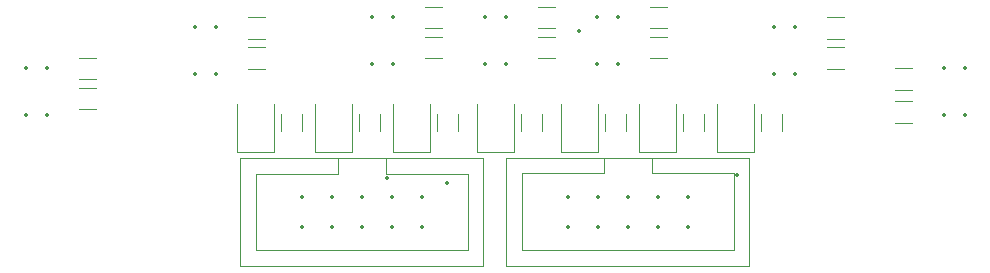
<source format=gto>
%TF.GenerationSoftware,KiCad,Pcbnew,7.0.2*%
%TF.CreationDate,2023-11-09T20:28:49+01:00*%
%TF.ProjectId,Sensors,53656e73-6f72-4732-9e6b-696361645f70,rev?*%
%TF.SameCoordinates,Original*%
%TF.FileFunction,Legend,Top*%
%TF.FilePolarity,Positive*%
%FSLAX46Y46*%
G04 Gerber Fmt 4.6, Leading zero omitted, Abs format (unit mm)*
G04 Created by KiCad (PCBNEW 7.0.2) date 2023-11-09 20:28:49*
%MOMM*%
%LPD*%
G01*
G04 APERTURE LIST*
%ADD10C,0.120000*%
%ADD11C,0.350000*%
G04 APERTURE END LIST*
D10*
%TO.C,J2*%
X149355000Y-87833000D02*
X149355000Y-96953000D01*
X141115000Y-87833000D02*
X141115000Y-89143000D01*
X128775000Y-87833000D02*
X149355000Y-87833000D01*
X148055000Y-89143000D02*
X148055000Y-95643000D01*
X141115000Y-89143000D02*
X148055000Y-89143000D01*
X137015000Y-89143000D02*
X137015000Y-87833000D01*
X137015000Y-89143000D02*
X137015000Y-89143000D01*
X130075000Y-89143000D02*
X137015000Y-89143000D01*
X148055000Y-95643000D02*
X130075000Y-95643000D01*
X130075000Y-95643000D02*
X130075000Y-89143000D01*
X149355000Y-96953000D02*
X128775000Y-96953000D01*
X128775000Y-96953000D02*
X128775000Y-87833000D01*
%TO.C,J4*%
X151310000Y-96950000D02*
X151310000Y-87830000D01*
X171890000Y-96950000D02*
X151310000Y-96950000D01*
X152610000Y-95640000D02*
X152610000Y-89140000D01*
X170590000Y-95640000D02*
X152610000Y-95640000D01*
X152610000Y-89140000D02*
X159550000Y-89140000D01*
X159550000Y-89140000D02*
X159550000Y-89140000D01*
X159550000Y-89140000D02*
X159550000Y-87830000D01*
X163650000Y-89140000D02*
X170590000Y-89140000D01*
X170590000Y-89140000D02*
X170590000Y-95640000D01*
X151310000Y-87830000D02*
X171890000Y-87830000D01*
X163650000Y-87830000D02*
X163650000Y-89140000D01*
X171890000Y-87830000D02*
X171890000Y-96950000D01*
%TO.C,R6*%
X179924064Y-77745000D02*
X178469936Y-77745000D01*
X179924064Y-75925000D02*
X178469936Y-75925000D01*
%TO.C,R4*%
X163483936Y-77576000D02*
X164938064Y-77576000D01*
X163483936Y-79396000D02*
X164938064Y-79396000D01*
%TO.C,D6*%
X162499000Y-87296000D02*
X165669000Y-87296000D01*
X165669000Y-87296000D02*
X165669000Y-83236000D01*
X162499000Y-83236000D02*
X162499000Y-87296000D01*
%TO.C,D5*%
X155931500Y-87296000D02*
X159101500Y-87296000D01*
X159101500Y-87296000D02*
X159101500Y-83236000D01*
X155931500Y-83236000D02*
X155931500Y-87296000D01*
%TO.C,R11*%
X144433936Y-77576000D02*
X145888064Y-77576000D01*
X144433936Y-79396000D02*
X145888064Y-79396000D01*
%TO.C,R8*%
X178469936Y-78465000D02*
X179924064Y-78465000D01*
X178469936Y-80285000D02*
X179924064Y-80285000D01*
%TO.C,D4*%
X148783000Y-87296000D02*
X151953000Y-87296000D01*
X151953000Y-87296000D02*
X151953000Y-83236000D01*
X148783000Y-83236000D02*
X148783000Y-87296000D01*
%TO.C,R16*%
X140610000Y-84108936D02*
X140610000Y-85563064D01*
X138790000Y-84108936D02*
X138790000Y-85563064D01*
%TO.C,R7*%
X129447936Y-78465000D02*
X130902064Y-78465000D01*
X129447936Y-80285000D02*
X130902064Y-80285000D01*
%TO.C,D1*%
X128463000Y-87296000D02*
X131633000Y-87296000D01*
X131633000Y-87296000D02*
X131633000Y-83236000D01*
X128463000Y-83236000D02*
X128463000Y-87296000D01*
%TO.C,D7*%
X169103000Y-87296000D02*
X172273000Y-87296000D01*
X172273000Y-87296000D02*
X172273000Y-83236000D01*
X169103000Y-83236000D02*
X169103000Y-87296000D01*
%TO.C,R17*%
X147214000Y-84108936D02*
X147214000Y-85563064D01*
X145394000Y-84108936D02*
X145394000Y-85563064D01*
%TO.C,R18*%
X154326000Y-84108936D02*
X154326000Y-85563064D01*
X152506000Y-84108936D02*
X152506000Y-85563064D01*
%TO.C,D3*%
X141671000Y-87296000D02*
X144841000Y-87296000D01*
X144841000Y-87296000D02*
X144841000Y-83236000D01*
X141671000Y-83236000D02*
X141671000Y-87296000D01*
%TO.C,R14*%
X153958936Y-77576000D02*
X155413064Y-77576000D01*
X153958936Y-79396000D02*
X155413064Y-79396000D01*
%TO.C,R15*%
X134006000Y-84108936D02*
X134006000Y-85563064D01*
X132186000Y-84108936D02*
X132186000Y-85563064D01*
%TO.C,R2*%
X164938064Y-76856000D02*
X163483936Y-76856000D01*
X164938064Y-75036000D02*
X163483936Y-75036000D01*
%TO.C,D2*%
X135067000Y-87296000D02*
X138237000Y-87296000D01*
X138237000Y-87296000D02*
X138237000Y-83236000D01*
X135067000Y-83236000D02*
X135067000Y-87296000D01*
%TO.C,R3*%
X115096936Y-81894000D02*
X116551064Y-81894000D01*
X115096936Y-83714000D02*
X116551064Y-83714000D01*
%TO.C,R20*%
X168042000Y-84108936D02*
X168042000Y-85563064D01*
X166222000Y-84108936D02*
X166222000Y-85563064D01*
%TO.C,R19*%
X161438000Y-84108936D02*
X161438000Y-85563064D01*
X159618000Y-84108936D02*
X159618000Y-85563064D01*
%TO.C,R10*%
X184184936Y-80243000D02*
X185639064Y-80243000D01*
X184184936Y-82063000D02*
X185639064Y-82063000D01*
%TO.C,R13*%
X155413064Y-76856000D02*
X153958936Y-76856000D01*
X155413064Y-75036000D02*
X153958936Y-75036000D01*
%TO.C,R1*%
X116551064Y-81174000D02*
X115096936Y-81174000D01*
X116551064Y-79354000D02*
X115096936Y-79354000D01*
%TO.C,R9*%
X145888064Y-76856000D02*
X144433936Y-76856000D01*
X145888064Y-75036000D02*
X144433936Y-75036000D01*
%TO.C,R21*%
X174646000Y-84108936D02*
X174646000Y-85563064D01*
X172826000Y-84108936D02*
X172826000Y-85563064D01*
%TO.C,R12*%
X185639064Y-84857000D02*
X184184936Y-84857000D01*
X185639064Y-83037000D02*
X184184936Y-83037000D01*
%TO.C,R5*%
X130902064Y-77745000D02*
X129447936Y-77745000D01*
X130902064Y-75925000D02*
X129447936Y-75925000D01*
%TD*%
D11*
X170815000Y-89281000D03*
X157480000Y-77089000D03*
X141224000Y-89535000D03*
X146304000Y-89916000D03*
X144145000Y-91123000D03*
X144145000Y-93663000D03*
X141605000Y-91123000D03*
X141605000Y-93663000D03*
X139065000Y-91123000D03*
X139065000Y-93663000D03*
X136525000Y-91123000D03*
X136525000Y-93663000D03*
X133985000Y-91123000D03*
X133985000Y-93663000D03*
X156520000Y-93660000D03*
X156520000Y-91120000D03*
X159060000Y-93660000D03*
X159060000Y-91120000D03*
X161600000Y-93660000D03*
X161600000Y-91120000D03*
X164140000Y-93660000D03*
X164140000Y-91120000D03*
X166680000Y-93660000D03*
X166680000Y-91120000D03*
X151268000Y-79851000D03*
X151268000Y-75851000D03*
X149468000Y-79851000D03*
X149468000Y-75851000D03*
X126757000Y-80740000D03*
X126757000Y-76740000D03*
X124957000Y-80740000D03*
X124957000Y-76740000D03*
X190130000Y-84169000D03*
X190130000Y-80169000D03*
X188330000Y-84169000D03*
X188330000Y-80169000D03*
X175779000Y-80740000D03*
X175779000Y-76740000D03*
X173979000Y-80740000D03*
X173979000Y-76740000D03*
X112406000Y-84169000D03*
X112406000Y-80169000D03*
X110606000Y-84169000D03*
X110606000Y-80169000D03*
X160793000Y-79851000D03*
X160793000Y-75851000D03*
X158993000Y-79851000D03*
X158993000Y-75851000D03*
X141743000Y-79851000D03*
X141743000Y-75851000D03*
X139943000Y-79851000D03*
X139943000Y-75851000D03*
M02*

</source>
